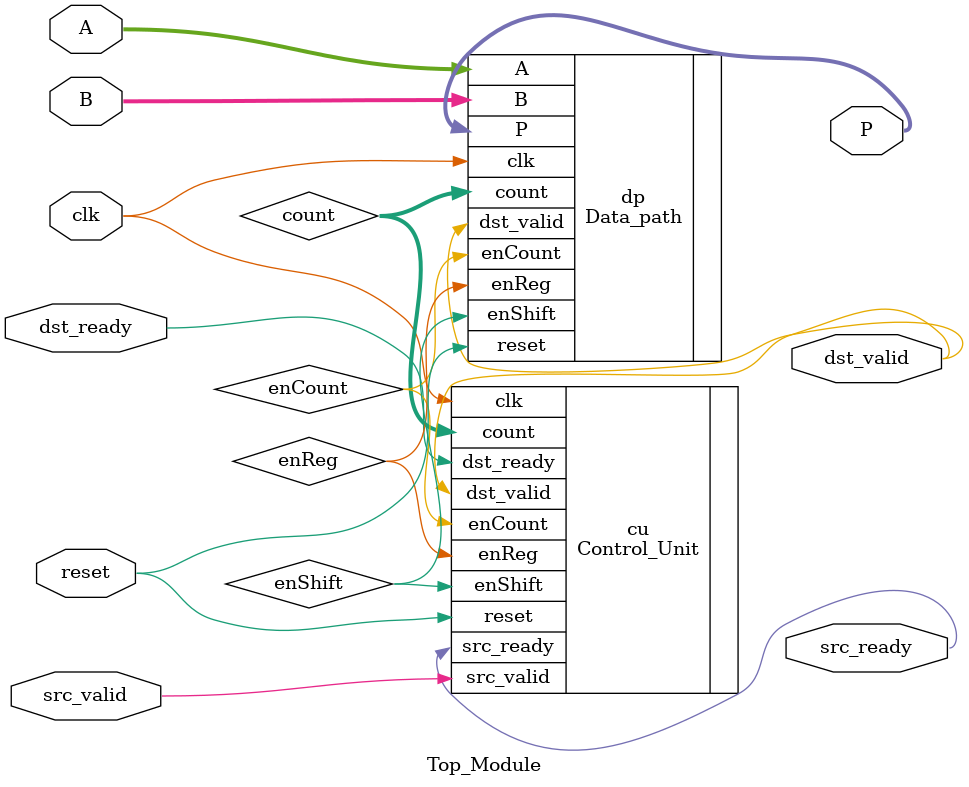
<source format=sv>
module Top_Module(
    input logic clk,
    input logic reset,
    input logic src_valid,
    input logic dst_ready,
    input logic [15:0] A,
    input logic [15:0] B,
    output logic [31:0] P,
    output logic src_ready,
    output logic dst_valid
);

    // Wires to connect Control Unit and Data Path
    logic enReg, enCount, enShift;
    logic [3:0] count;

    // Instantiate the Control Unit
    Control_Unit cu (
        .clk(clk),
        .reset(reset),
        .src_valid(src_valid),
        .dst_ready(dst_ready),
        .enReg(enReg),
        .count(count),
        .enCount(enCount),
        .enShift(enShift),
        .dst_valid(dst_valid),
        .src_ready(src_ready)
    );

    // Instantiate the Data Path
    Data_path dp (
        .clk(clk),
        .reset(reset),
        .enReg(enReg),
        .dst_valid(dst_valid),
        .enCount(enCount),
        .enShift(enShift),
        .A(A),
        .B(B),
        .P(P),
        .count(count)
    );

endmodule

</source>
